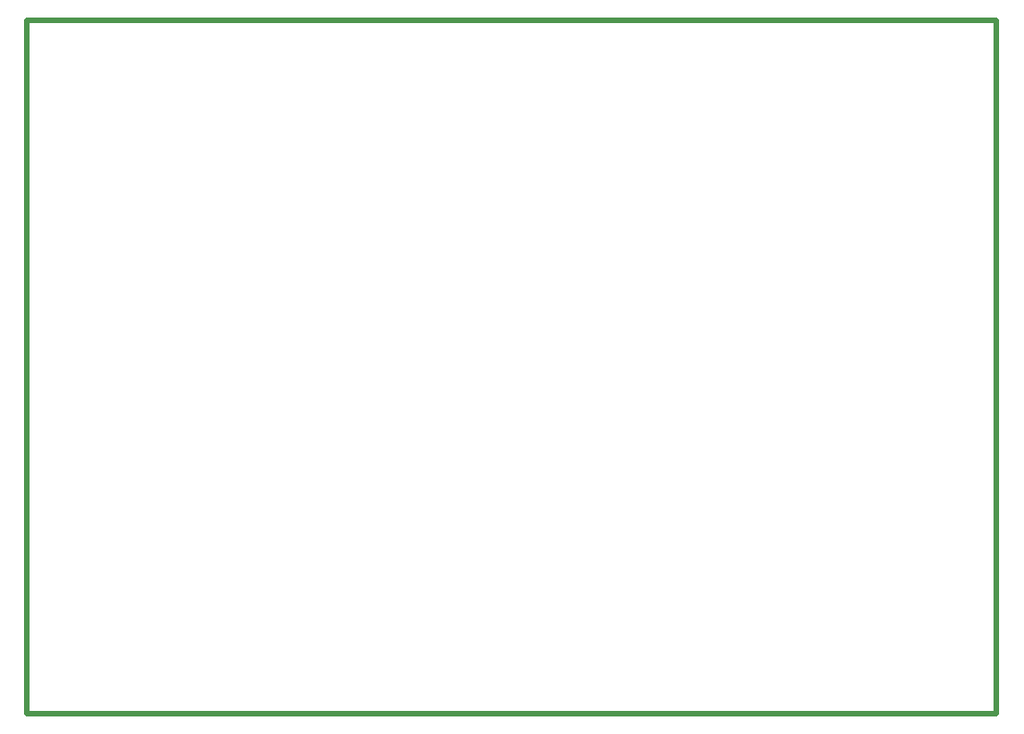
<source format=gko>
G04*
G04 #@! TF.GenerationSoftware,Altium Limited,Altium Designer,24.1.2 (44)*
G04*
G04 Layer_Color=16711935*
%FSLAX44Y44*%
%MOMM*%
G71*
G04*
G04 #@! TF.SameCoordinates,F364B903-5596-4D6A-ADCC-369FF5D97E13*
G04*
G04*
G04 #@! TF.FilePolarity,Positive*
G04*
G01*
G75*
%ADD10C,0.5080*%
D10*
X0Y-1270D02*
Y635000D01*
X889000D01*
Y-1270D02*
Y635000D01*
X0Y-1270D02*
X889000D01*
M02*

</source>
